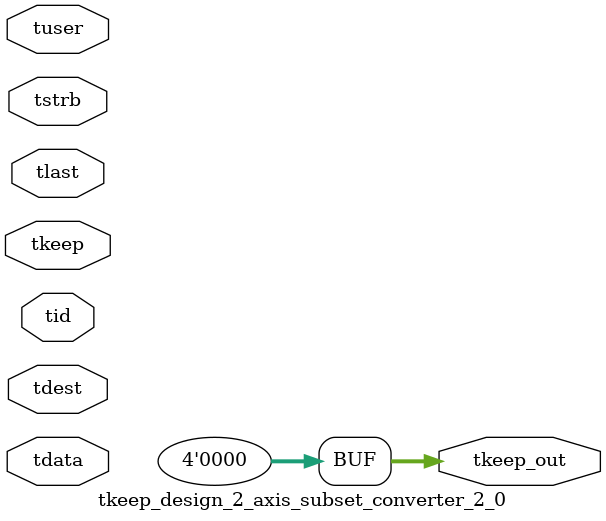
<source format=v>


`timescale 1ps/1ps

module tkeep_design_2_axis_subset_converter_2_0 #
(
parameter C_S_AXIS_TDATA_WIDTH = 32,
parameter C_S_AXIS_TUSER_WIDTH = 0,
parameter C_S_AXIS_TID_WIDTH   = 0,
parameter C_S_AXIS_TDEST_WIDTH = 0,
parameter C_M_AXIS_TDATA_WIDTH = 32
)
(
input  [(C_S_AXIS_TDATA_WIDTH == 0 ? 1 : C_S_AXIS_TDATA_WIDTH)-1:0     ] tdata,
input  [(C_S_AXIS_TUSER_WIDTH == 0 ? 1 : C_S_AXIS_TUSER_WIDTH)-1:0     ] tuser,
input  [(C_S_AXIS_TID_WIDTH   == 0 ? 1 : C_S_AXIS_TID_WIDTH)-1:0       ] tid,
input  [(C_S_AXIS_TDEST_WIDTH == 0 ? 1 : C_S_AXIS_TDEST_WIDTH)-1:0     ] tdest,
input  [(C_S_AXIS_TDATA_WIDTH/8)-1:0 ] tkeep,
input  [(C_S_AXIS_TDATA_WIDTH/8)-1:0 ] tstrb,
input                                                                    tlast,
output [(C_M_AXIS_TDATA_WIDTH/8)-1:0 ] tkeep_out
);

assign tkeep_out = {1'b0};

endmodule


</source>
